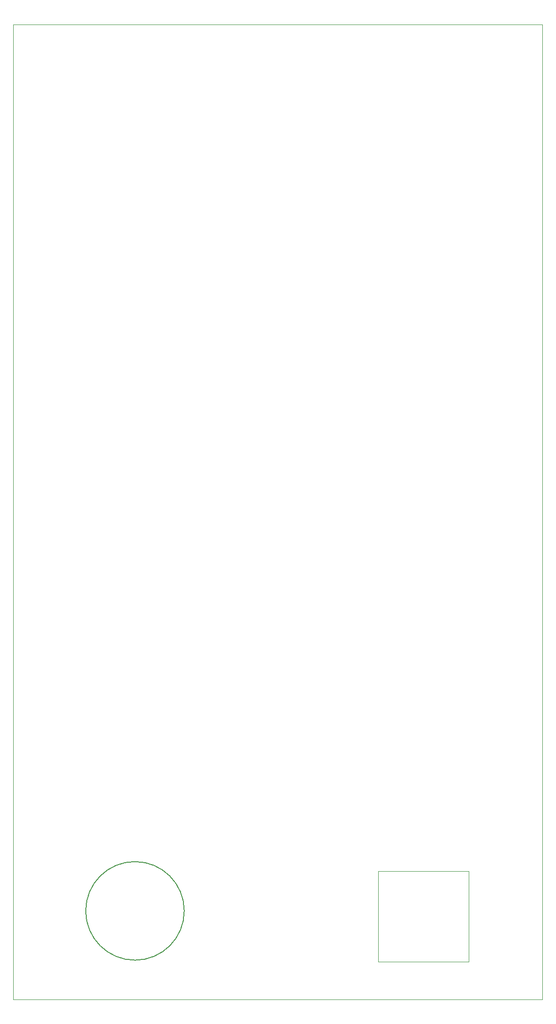
<source format=gbr>
%TF.GenerationSoftware,KiCad,Pcbnew,(5.1.7)-1*%
%TF.CreationDate,2023-03-07T08:06:47+00:00*%
%TF.ProjectId,KOSMO-POLY6-PICO-DCO-MB,4b4f534d-4f2d-4504-9f4c-59362d504943,v0.1.1*%
%TF.SameCoordinates,Original*%
%TF.FileFunction,Profile,NP*%
%FSLAX46Y46*%
G04 Gerber Fmt 4.6, Leading zero omitted, Abs format (unit mm)*
G04 Created by KiCad (PCBNEW (5.1.7)-1) date 2023-03-07 08:06:47*
%MOMM*%
%LPD*%
G01*
G04 APERTURE LIST*
%TA.AperFunction,Profile*%
%ADD10C,0.150000*%
%TD*%
%TA.AperFunction,Profile*%
%ADD11C,0.050000*%
%TD*%
G04 APERTURE END LIST*
D10*
X72342000Y-178189000D02*
G75*
G03*
X72342000Y-178189000I-8846479J0D01*
G01*
D11*
X107156000Y-187352000D02*
X107156000Y-171033000D01*
X123378000Y-187352000D02*
X107156000Y-187352000D01*
X123378000Y-171033000D02*
X123378000Y-187352000D01*
X107156000Y-171033000D02*
X123378000Y-171033000D01*
X136662000Y-194093000D02*
X136662000Y-19093000D01*
X136662000Y-194093000D02*
X41665000Y-194093000D01*
X136662000Y-19093000D02*
X41662000Y-19093000D01*
X41662000Y-19093000D02*
X41665000Y-194093000D01*
M02*

</source>
